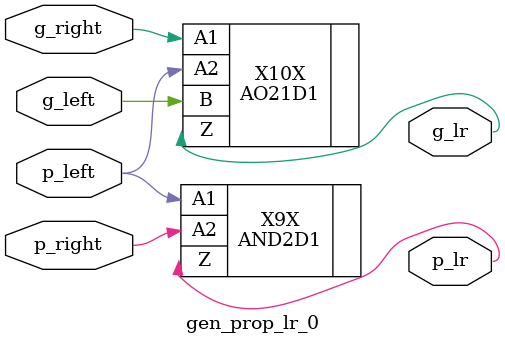
<source format=v>

module path_sel ( is_r1, is_r2, seff, sign_big, f_far, f_near, s_r, s_n, sl_eq, 
    ea, eb, clk, sa, sb, rinc, fposum_n1, fposumi_n1, lzp, norm_fpsum_n1, 
    f_out, e_out, s_out );
input  [0:52] f_far;
input  [5:0] lzp;
input  [0:52] f_near;
input  [10:0] ea;
input  [10:0] eb;
output [0:52] f_out;
output [10:0] e_out;
input  is_r1, is_r2, seff, sign_big, s_r, s_n, sl_eq, clk, sa, sb, rinc, 
    fposum_n1, fposumi_n1, norm_fpsum_n1;
output s_out;
    wire \lzp_sub_mux[5] , \e_sub_lzp_delta[8] , \e_mux[1] , \e_sub[7] , 
        \e_sub_lzp_delta[1] , \eb_d[7] , \e_mux[8] , \e_mux[5] , \e_sub[3] , 
        \lzp_sub_mux[1] , \eb_d[3] , \e_sub_lzp_delta[5] , \eb_d[1] , 
        \e_sub_lzp_delta[7] , \e_sub[8] , \*Logic1* , \lzp_sub_mux[3] , sa_d, 
        \eb_d[8] , \e_mux[7] , \e_sub[1] , \e_sub_lzp_sum[10] , 
        \e_sub_lzp_delta[3] , \eb_d[5] , \e_sub[5] , \e_mux[3] , 
        \lzp_sub_1[2] , \ea_d[4] , \e_sub_lzp_sum[2] , \ea_d[9] , sign_big_d, 
        \ea_d[0] , \e_sub_lzp_sum[6] , \ea_d[2] , \e_sub_lzp_sum[4] , 
        \lzp_sub_1[4] , \e_mux[10] , \eb_d[10] , \lzp_sub_1[0] , \ea_d[6] , 
        \e_sub_lzp_sum[0] , \e_sub_lzp_sum[9] , \e_sub[10] , \ea_d[7] , 
        \lzp_sub_1[1] , \e_sub_lzp_sum[1] , \e_sub_lzp_sum[8] , \lzp_sub_1[5] , 
        \e_sub_lzp_sum[5] , \e_sub_lzp_delta[10] , \ea_d[3] , \ea_d[8] , 
        \e_sub_lzp_sum[7] , \ea_d[5] , \lzp_sub_1[3] , \e_sub_lzp_sum[3] , 
        \e_sub_lzp_delta[2] , \eb_d[4] , \e_sub[4] , \*Logic0* , \e_mux[2] , 
        \eb_d[0] , \ea_d[10] , \e_sub[9] , \e_sub_lzp_delta[6] , 
        \lzp_sub_mux[2] , \eb_d[9] , \e_mux[6] , \e_sub[0] , \e_mux[4] , 
        \e_sub[2] , \lzp_sub_mux[0] , sb_d, \eb_d[2] , \e_sub_lzp_delta[4] , 
        \lzp_sub_mux[4] , \e_sub[6] , \e_mux[0] , \e_sub_lzp_delta[9] , 
        \e_sub_lzp_delta[0] , \eb_d[6] , \e_mux[9] , n434, n435, n436, n437, 
        n438, n439, n440, n441, n442, n443, n444, n445, n446, n447, n448, n449, 
        n450, n451, n452, n453, n454, n455, n457, n458, n459, n460, n461, n462, 
        n463, n464, n465, n466, n468, n469, n470, n472, n473, n474;
    sub_11bits e_sub_m ( .in_a({\e_mux[10] , \e_mux[9] , \e_mux[8] , 
        \e_mux[7] , \e_mux[6] , \e_mux[5] , \e_mux[4] , \e_mux[3] , \e_mux[2] , 
        \e_mux[1] , \e_mux[0] }), .in_b({\*Logic0* , \*Logic0* , \*Logic0* , 
        \*Logic0* , \*Logic0* , \*Logic0* , \*Logic0* , \*Logic0* , \*Logic0* , 
        \*Logic0* , seff}), .delta({\e_sub[10] , \e_sub[9] , \e_sub[8] , 
        \e_sub[7] , \e_sub[6] , \e_sub[5] , \e_sub[4] , \e_sub[3] , \e_sub[2] , 
        \e_sub[1] , \e_sub[0] }) );
    sub_11bits sub_11bits_m ( .in_a({\e_sub[10] , \e_sub[9] , \e_sub[8] , 
        \e_sub[7] , n441, \e_sub[5] , \e_sub[4] , \e_sub[3] , \e_sub[2] , 
        \e_sub[1] , \e_sub[0] }), .in_b({\*Logic0* , \*Logic0* , \*Logic0* , 
        \*Logic0* , \*Logic0* , \lzp_sub_mux[5] , \lzp_sub_mux[4] , 
        \lzp_sub_mux[3] , \lzp_sub_mux[2] , \lzp_sub_mux[1] , \lzp_sub_mux[0] 
        }), .delta({\e_sub_lzp_delta[10] , \e_sub_lzp_delta[9] , 
        \e_sub_lzp_delta[8] , \e_sub_lzp_delta[7] , \e_sub_lzp_delta[6] , 
        \e_sub_lzp_delta[5] , \e_sub_lzp_delta[4] , \e_sub_lzp_delta[3] , 
        \e_sub_lzp_delta[2] , \e_sub_lzp_delta[1] , \e_sub_lzp_delta[0] }) );
    adder_11bits adder_11bits_m ( .in_a({\e_sub[10] , \e_sub[9] , \e_sub[8] , 
        n442, n441, \e_sub[5] , \e_sub[4] , \e_sub[3] , \e_sub[2] , \e_sub[1] , 
        \e_sub[0] }), .in_b({\*Logic0* , \*Logic0* , \*Logic0* , \*Logic0* , 
        \*Logic0* , \lzp_sub_mux[5] , \lzp_sub_mux[4] , \lzp_sub_mux[3] , 
        \lzp_sub_mux[2] , \lzp_sub_mux[1] , \lzp_sub_mux[0] }), .sum({
        \e_sub_lzp_sum[10] , \e_sub_lzp_sum[9] , \e_sub_lzp_sum[8] , 
        \e_sub_lzp_sum[7] , \e_sub_lzp_sum[6] , \e_sub_lzp_sum[5] , 
        \e_sub_lzp_sum[4] , \e_sub_lzp_sum[3] , \e_sub_lzp_sum[2] , 
        \e_sub_lzp_sum[1] , \e_sub_lzp_sum[0] }) );
    sub_6bits lzp_sub_m ( .in_a(lzp), .in_b({\*Logic0* , \*Logic0* , 
        \*Logic0* , \*Logic0* , \*Logic0* , \*Logic1* }), .delta({
        \lzp_sub_1[5] , \lzp_sub_1[4] , \lzp_sub_1[3] , \lzp_sub_1[2] , 
        \lzp_sub_1[1] , \lzp_sub_1[0] }) );
    MUX2DL X78X ( .Z(\e_mux[10] ), .A0(\eb_d[10] ), .A1(\ea_d[10] ), .SL(n434)
         );
    MUX2D1 X79X ( .Z(\e_mux[8] ), .A0(\ea_d[8] ), .A1(\eb_d[8] ), .SL(n438) );
    MUX2D1 X80X ( .Z(\e_mux[9] ), .A0(\ea_d[9] ), .A1(\eb_d[9] ), .SL(n438) );
    MUX2DL X81X ( .Z(e_out[6]), .A0(\e_sub_lzp_sum[6] ), .A1(
        \e_sub_lzp_delta[6] ), .SL(n455) );
    INVBD2 X82X ( .Z(n454), .A(is_r2) );
    INVD2 X83X ( .Z(n434), .A(n438) );
    INVD2 X84X ( .Z(n436), .A(sign_big_d) );
    MUX2D1 X85X ( .Z(\e_mux[2] ), .A0(\eb_d[2] ), .A1(\ea_d[2] ), .SL(n436) );
    MUX2D1 X86X ( .Z(\e_mux[3] ), .A0(\eb_d[3] ), .A1(\ea_d[3] ), .SL(n437) );
    MUX2D1 X87X ( .Z(\e_mux[4] ), .A0(\eb_d[4] ), .A1(\ea_d[4] ), .SL(n434) );
    MUX2D1 X88X ( .Z(\e_mux[5] ), .A0(\eb_d[5] ), .A1(\ea_d[5] ), .SL(n434) );
    MUX2D1 X89X ( .Z(n463), .A0(fposum_n1), .A1(fposumi_n1), .SL(rinc) );
    OAI22M10D1 X90X ( .Z(\lzp_sub_mux[5] ), .A1(lzp[5]), .A2(n447), .B1(n443), 
        .B2(n448) );
    MUX2D1 X91X ( .Z(\e_mux[6] ), .A0(\ea_d[6] ), .A1(\eb_d[6] ), .SL(n438) );
    MUX2D1 X92X ( .Z(\e_mux[7] ), .A0(\eb_d[7] ), .A1(\ea_d[7] ), .SL(n434) );
    MUX2D1 X93X ( .Z(n457), .A0(sb_d), .A1(sa_d), .SL(sl_eq) );
    NAN2D1 X94X ( .Z(n443), .A1(norm_fpsum_n1), .A2(n455) );
    NAN2D1 X95X ( .Z(n446), .A1(lzp[0]), .A2(n462) );
    MUX2D1 X96X ( .Z(e_out[1]), .A0(\e_sub_lzp_sum[1] ), .A1(
        \e_sub_lzp_delta[1] ), .SL(n455) );
    MUX2D1 X97X ( .Z(e_out[2]), .A0(\e_sub_lzp_sum[2] ), .A1(
        \e_sub_lzp_delta[2] ), .SL(n455) );
    MUX2D1 X98X ( .Z(e_out[3]), .A0(\e_sub_lzp_sum[3] ), .A1(
        \e_sub_lzp_delta[3] ), .SL(n455) );
    MUX2D1 X99X ( .Z(e_out[4]), .A0(\e_sub_lzp_sum[4] ), .A1(
        \e_sub_lzp_delta[4] ), .SL(n455) );
    MUX2D1 X100X ( .Z(e_out[5]), .A0(\e_sub_lzp_sum[5] ), .A1(
        \e_sub_lzp_delta[5] ), .SL(n455) );
    MUX2DL X101X ( .Z(f_out[52]), .A0(f_far[52]), .A1(f_near[52]), .SL(n455)
         );
    MUX2DL X102X ( .Z(f_out[51]), .A0(f_far[51]), .A1(f_near[51]), .SL(n455)
         );
    MUX2DL X103X ( .Z(f_out[50]), .A0(f_far[50]), .A1(f_near[50]), .SL(n455)
         );
    MUX2DL X104X ( .Z(f_out[49]), .A0(f_far[49]), .A1(f_near[49]), .SL(n455)
         );
    MUX2DL X105X ( .Z(f_out[48]), .A0(f_far[48]), .A1(f_near[48]), .SL(n455)
         );
    MUX2DL X106X ( .Z(f_out[47]), .A0(f_far[47]), .A1(f_near[47]), .SL(n455)
         );
    MUX2DL X107X ( .Z(f_out[46]), .A0(f_far[46]), .A1(f_near[46]), .SL(n455)
         );
    MUX2DL X108X ( .Z(f_out[45]), .A0(f_far[45]), .A1(f_near[45]), .SL(n455)
         );
    MUX2DL X109X ( .Z(f_out[44]), .A0(f_far[44]), .A1(f_near[44]), .SL(n455)
         );
    MUX2DL X110X ( .Z(f_out[43]), .A0(f_far[43]), .A1(f_near[43]), .SL(n455)
         );
    MUX2DL X111X ( .Z(f_out[42]), .A0(f_far[42]), .A1(f_near[42]), .SL(n455)
         );
    MUX2DL X112X ( .Z(f_out[41]), .A0(f_far[41]), .A1(f_near[41]), .SL(n455)
         );
    MUX2DL X113X ( .Z(f_out[40]), .A0(f_far[40]), .A1(f_near[40]), .SL(n455)
         );
    MUX2DL X114X ( .Z(f_out[39]), .A0(f_far[39]), .A1(f_near[39]), .SL(n455)
         );
    MUX2DL X115X ( .Z(f_out[38]), .A0(f_far[38]), .A1(f_near[38]), .SL(n455)
         );
    MUX2DL X116X ( .Z(f_out[37]), .A0(f_far[37]), .A1(f_near[37]), .SL(n455)
         );
    MUX2DL X117X ( .Z(f_out[36]), .A0(f_far[36]), .A1(f_near[36]), .SL(n455)
         );
    MUX2DL X118X ( .Z(f_out[35]), .A0(f_far[35]), .A1(f_near[35]), .SL(n455)
         );
    MUX2DL X119X ( .Z(f_out[34]), .A0(f_far[34]), .A1(f_near[34]), .SL(n455)
         );
    MUX2DL X120X ( .Z(f_out[33]), .A0(f_far[33]), .A1(f_near[33]), .SL(n455)
         );
    MUX2DL X121X ( .Z(f_out[32]), .A0(f_far[32]), .A1(f_near[32]), .SL(n455)
         );
    MUX2DL X122X ( .Z(f_out[31]), .A0(f_far[31]), .A1(f_near[31]), .SL(n455)
         );
    MUX2DL X123X ( .Z(f_out[30]), .A0(f_far[30]), .A1(f_near[30]), .SL(n455)
         );
    MUX2DL X124X ( .Z(f_out[29]), .A0(f_far[29]), .A1(f_near[29]), .SL(n455)
         );
    MUX2DL X125X ( .Z(f_out[28]), .A0(f_far[28]), .A1(f_near[28]), .SL(n455)
         );
    MUX2DL X126X ( .Z(f_out[27]), .A0(f_far[27]), .A1(f_near[27]), .SL(n455)
         );
    MUX2DL X127X ( .Z(f_out[26]), .A0(f_far[26]), .A1(f_near[26]), .SL(n455)
         );
    MUX2DL X128X ( .Z(f_out[25]), .A0(f_far[25]), .A1(f_near[25]), .SL(n455)
         );
    MUX2DL X129X ( .Z(f_out[24]), .A0(f_far[24]), .A1(f_near[24]), .SL(n455)
         );
    MUX2DL X130X ( .Z(f_out[23]), .A0(f_far[23]), .A1(f_near[23]), .SL(n455)
         );
    MUX2DL X131X ( .Z(f_out[22]), .A0(f_far[22]), .A1(f_near[22]), .SL(n455)
         );
    MUX2DL X132X ( .Z(f_out[21]), .A0(f_far[21]), .A1(f_near[21]), .SL(n455)
         );
    MUX2DL X133X ( .Z(f_out[20]), .A0(f_far[20]), .A1(f_near[20]), .SL(n455)
         );
    MUX2DL X134X ( .Z(f_out[19]), .A0(f_far[19]), .A1(f_near[19]), .SL(n455)
         );
    MUX2DL X135X ( .Z(f_out[18]), .A0(f_far[18]), .A1(f_near[18]), .SL(n455)
         );
    MUX2DL X136X ( .Z(f_out[17]), .A0(f_far[17]), .A1(f_near[17]), .SL(n455)
         );
    MUX2DL X137X ( .Z(f_out[16]), .A0(f_far[16]), .A1(f_near[16]), .SL(n455)
         );
    MUX2DL X138X ( .Z(f_out[15]), .A0(f_far[15]), .A1(f_near[15]), .SL(n455)
         );
    MUX2DL X139X ( .Z(f_out[14]), .A0(f_far[14]), .A1(f_near[14]), .SL(n455)
         );
    MUX2DL X140X ( .Z(f_out[13]), .A0(f_far[13]), .A1(f_near[13]), .SL(n455)
         );
    MUX2DL X141X ( .Z(f_out[12]), .A0(f_far[12]), .A1(f_near[12]), .SL(n455)
         );
    MUX2DL X142X ( .Z(f_out[11]), .A0(f_far[11]), .A1(f_near[11]), .SL(n455)
         );
    MUX2DL X143X ( .Z(f_out[10]), .A0(f_far[10]), .A1(f_near[10]), .SL(n455)
         );
    MUX2DL X144X ( .Z(f_out[9]), .A0(f_far[9]), .A1(f_near[9]), .SL(n455) );
    MUX2DL X145X ( .Z(f_out[8]), .A0(f_far[8]), .A1(f_near[8]), .SL(n455) );
    MUX2DL X146X ( .Z(f_out[7]), .A0(f_far[7]), .A1(f_near[7]), .SL(n455) );
    MUX2DL X147X ( .Z(f_out[6]), .A0(f_far[6]), .A1(f_near[6]), .SL(n455) );
    MUX2DL X148X ( .Z(f_out[5]), .A0(f_far[5]), .A1(f_near[5]), .SL(n455) );
    MUX2DL X149X ( .Z(f_out[4]), .A0(f_far[4]), .A1(f_near[4]), .SL(n455) );
    MUX2DL X150X ( .Z(f_out[3]), .A0(f_far[3]), .A1(f_near[3]), .SL(n455) );
    MUX2DL X151X ( .Z(f_out[2]), .A0(f_far[2]), .A1(f_near[2]), .SL(n455) );
    MUX2DL X152X ( .Z(f_out[1]), .A0(f_far[1]), .A1(f_near[1]), .SL(n455) );
    MUX2DL X153X ( .Z(f_out[0]), .A0(f_far[0]), .A1(f_near[0]), .SL(n455) );
    DFFPQ1 \ea_d_reg[1]  ( .Q(n439), .CK(clk), .D(ea[1]) );
    DFFPQ1 \ea_d_reg[4]  ( .Q(\ea_d[4] ), .CK(clk), .D(ea[4]) );
    DFFPQ1 \eb_d_reg[4]  ( .Q(\eb_d[4] ), .CK(clk), .D(eb[4]) );
    INVD1 X154X ( .Z(n448), .A(\lzp_sub_1[5] ) );
    INVD1 X156X ( .Z(n462), .A(n447) );
    DFFPQ1 \ea_d_reg[6]  ( .Q(\ea_d[6] ), .CK(clk), .D(ea[6]) );
    DFFPQ1 \eb_d_reg[6]  ( .Q(\eb_d[6] ), .CK(clk), .D(eb[6]) );
    DFFPQ1 \ea_d_reg[7]  ( .Q(\ea_d[7] ), .CK(clk), .D(ea[7]) );
    DFFPQ1 \eb_d_reg[7]  ( .Q(\eb_d[7] ), .CK(clk), .D(eb[7]) );
    DFFPQ1 \ea_d_reg[8]  ( .Q(\ea_d[8] ), .CK(clk), .D(ea[8]) );
    DFFPQ1 \eb_d_reg[8]  ( .Q(\eb_d[8] ), .CK(clk), .D(eb[8]) );
    DFFPQ1 \ea_d_reg[9]  ( .Q(\ea_d[9] ), .CK(clk), .D(ea[9]) );
    DFFPQ1 \eb_d_reg[9]  ( .Q(\eb_d[9] ), .CK(clk), .D(eb[9]) );
    DFFPQ1 \ea_d_reg[10]  ( .Q(\ea_d[10] ), .CK(clk), .D(ea[10]) );
    DFFPQ1 \eb_d_reg[10]  ( .Q(\eb_d[10] ), .CK(clk), .D(eb[10]) );
    AND2D1 X157X ( .Z(n449), .A1(n450), .A2(n451) );
    EXNOR2DL X158X ( .Z(n450), .A1(\eb_d[0] ), .A2(\ea_d[0] ) );
    DFFPQ1 sb_d_reg ( .Q(sb_d), .CK(clk), .D(sb) );
    DFFPQ1 sa_d_reg ( .Q(sa_d), .CK(clk), .D(sa) );
    OAI211D1 X159X ( .Z(\lzp_sub_mux[0] ), .A1(n443), .A2(n444), .B(n445), .C(
        n446) );
    INVD1 X160X ( .Z(n444), .A(\lzp_sub_1[0] ) );
    NAN2DL X161X ( .Z(n445), .A1(n463), .A2(n452) );
    MUXB2DL X162X ( .Z(s_out), .A0(n458), .A1(n459), .SL(n455) );
    INVD1 X163X ( .Z(n458), .A(s_r) );
    MUXB2DL X164X ( .Z(n459), .A0(s_n), .A1(n457), .SL(n449) );
    MUXB2DL X165X ( .Z(e_out[0]), .A0(n460), .A1(n461), .SL(n455) );
    INVDL X166X ( .Z(n460), .A(\e_sub_lzp_sum[0] ) );
    INVD1 X167X ( .Z(n461), .A(\e_sub_lzp_delta[0] ) );
    MUX2DL X168X ( .Z(e_out[7]), .A0(\e_sub_lzp_sum[7] ), .A1(
        \e_sub_lzp_delta[7] ), .SL(n455) );
    INVBD2 X169X ( .Z(n453), .A(is_r1) );
    DFFPB1 sign_big_d_reg ( .Q(sign_big_d), .QB(n437), .CK(clk), .D(sign_big)
         );
    DFFPQ1 \eb_d_reg[1]  ( .Q(\eb_d[1] ), .CK(clk), .D(eb[1]) );
    MUX2D1 X171X ( .Z(e_out[8]), .A0(\e_sub_lzp_sum[8] ), .A1(
        \e_sub_lzp_delta[8] ), .SL(n455) );
    INVD1 X172X ( .Z(n438), .A(n436) );
    MUX2D1 X173X ( .Z(\e_mux[0] ), .A0(\eb_d[0] ), .A1(\ea_d[0] ), .SL(n436)
         );
    DFFPQ1 \eb_d_reg[0]  ( .Q(\eb_d[0] ), .CK(clk), .D(eb[0]) );
    DFFPQ1 \eb_d_reg[2]  ( .Q(\eb_d[2] ), .CK(clk), .D(eb[2]) );
    DFFPQ1 \ea_d_reg[2]  ( .Q(\ea_d[2] ), .CK(clk), .D(ea[2]) );
    DFFPQ1 \eb_d_reg[3]  ( .Q(\eb_d[3] ), .CK(clk), .D(eb[3]) );
    DFFPQ1 \ea_d_reg[3]  ( .Q(\ea_d[3] ), .CK(clk), .D(ea[3]) );
    EXNOR2DL X174X ( .Z(n451), .A1(\eb_d[1] ), .A2(n439) );
    INVD1 X175X ( .Z(n440), .A(\e_sub[6] ) );
    INVBD2 X176X ( .Z(n441), .A(n440) );
    BUFD1 X177X ( .Z(n442), .A(\e_sub[7] ) );
    TIELO X180X ( .Z(\*Logic0* ) );
    TIEHI X181X ( .Z(\*Logic1* ) );
    NAN3D4 X182X ( .Z(n452), .A1(n453), .A2(n454), .A3(seff) );
    INVD20 X183X ( .Z(n455), .A(n452) );
    DFFPQ1 \eb_d_reg[5]  ( .Q(\eb_d[5] ), .CK(clk), .D(eb[5]) );
    DFFPQ1 \ea_d_reg[5]  ( .Q(\ea_d[5] ), .CK(clk), .D(ea[5]) );
    DFFPQ1 \ea_d_reg[0]  ( .Q(\ea_d[0] ), .CK(clk), .D(ea[0]) );
    OR2D1 X184X ( .Z(n447), .A1(n452), .A2(norm_fpsum_n1) );
    INVDL X185X ( .Z(n435), .A(n443) );
    AO22DL X186X ( .Z(\lzp_sub_mux[1] ), .A1(n462), .A2(lzp[1]), .B1(n435), 
        .B2(\lzp_sub_1[1] ) );
    AO22DL X187X ( .Z(\lzp_sub_mux[2] ), .A1(n462), .A2(lzp[2]), .B1(n435), 
        .B2(\lzp_sub_1[2] ) );
    AO22DL X188X ( .Z(\lzp_sub_mux[3] ), .A1(n435), .A2(\lzp_sub_1[3] ), .B1(
        n462), .B2(lzp[3]) );
    AO22DL X189X ( .Z(\lzp_sub_mux[4] ), .A1(n462), .A2(lzp[4]), .B1(n435), 
        .B2(\lzp_sub_1[4] ) );
    NAN2D1 X190X ( .Z(n473), .A1(n470), .A2(\e_sub_lzp_sum[9] ) );
    NAN2D1 X191X ( .Z(n468), .A1(n470), .A2(\e_sub_lzp_sum[10] ) );
    NAN2D1 X192X ( .Z(\e_mux[1] ), .A1(n464), .A2(n465) );
    INVD1 X193X ( .Z(n466), .A(n437) );
    NAN2D1 X194X ( .Z(n464), .A1(n436), .A2(n439) );
    NAN2D1 X195X ( .Z(n465), .A1(\eb_d[1] ), .A2(n466) );
    NAN2D1 X196X ( .Z(e_out[10]), .A1(n469), .A2(n468) );
    NAN2D1 X197X ( .Z(e_out[9]), .A1(n474), .A2(n473) );
    NAN2D1 X198X ( .Z(n469), .A1(n472), .A2(\e_sub_lzp_delta[10] ) );
    NAN2D1 X199X ( .Z(n474), .A1(n472), .A2(\e_sub_lzp_delta[9] ) );
    INVDL X200X ( .Z(n470), .A(n455) );
    INVD1 X201X ( .Z(n472), .A(n470) );
endmodule


module adder_11bits ( in_a, in_b, sum );
input  [10:0] in_a;
input  [10:0] in_b;
output [10:0] sum;
    wire propogate_1, propogate_1_0, generate_9_0, generate_8_0, generate_1, 
        propogate_9_8, propogate_3_2, generate_5_0, propogate_7_4, 
        generate_4_0, generate_3_2, propogate_5_0, generate_7_4, propogate_2, 
        generate_9_8, generate_0, generate_0_0, generate_1_0, propogate_7_0, 
        generate_2, generate_5_4, generate_5, propogate_5, generate_7_6, 
        generate_2_0, generate_3_0, propogate_10_8, propogate_7_6, generate_4, 
        propogate_3_0, propogate_3, propogate_4, generate_7_0, propogate_5_4, 
        generate_6_0, generate_3, generate_10_8, n19;
    gen_prop_lr_33 G_5_4 ( .g_left(generate_5), .g_right(generate_4), .p_left(
        propogate_5), .p_right(propogate_4), .g_lr(generate_5_4), .p_lr(
        propogate_5_4) );
    gen_prop_lr_32 G_7_6 ( .g_left(n19), .g_right(n19), .p_left(in_a[7]), 
        .p_right(in_a[6]), .g_lr(generate_7_6), .p_lr(propogate_7_6) );
    gen_prop_lr_31 G_3_0 ( .g_left(generate_3_2), .g_right(generate_1_0), 
        .p_left(propogate_3_2), .p_right(propogate_1_0), .g_lr(generate_3_0), 
        .p_lr(propogate_3_0) );
    gen_prop_lr_30 G_2_0 ( .g_left(generate_2), .g_right(generate_1_0), 
        .p_left(propogate_2), .p_right(propogate_1_0), .g_lr(generate_2_0), 
        .p_lr() );
    gen_prop_lr_29 G_7_0 ( .g_left(generate_7_4), .g_right(generate_3_0), 
        .p_left(propogate_7_4), .p_right(propogate_3_0), .g_lr(generate_7_0), 
        .p_lr(propogate_7_0) );
    gen_prop_lr_28 G_6_0 ( .g_left(n19), .g_right(generate_5_0), .p_left(in_a
        [6]), .p_right(propogate_5_0), .g_lr(generate_6_0), .p_lr() );
    gen_prop_lr_27 G_9_0 ( .g_left(generate_9_8), .g_right(generate_7_0), 
        .p_left(propogate_9_8), .p_right(propogate_7_0), .g_lr(generate_9_0), 
        .p_lr() );
    gen_prop_lr_26 G_8_0 ( .g_left(n19), .g_right(generate_7_0), .p_left(in_a
        [8]), .p_right(propogate_7_0), .g_lr(generate_8_0), .p_lr() );
    gen_prop_lr_25 G_10_0 ( .g_left(generate_10_8), .g_right(generate_7_0), 
        .p_left(propogate_10_8), .p_right(propogate_7_0), .g_lr(), .p_lr() );
    gen_prop_lr_24 G_4_0 ( .g_left(generate_4), .g_right(generate_3_0), 
        .p_left(propogate_4), .p_right(propogate_3_0), .g_lr(generate_4_0), 
        .p_lr() );
    gen_prop_lr_23 G_5_0 ( .g_left(generate_5_4), .g_right(generate_3_0), 
        .p_left(propogate_5_4), .p_right(propogate_3_0), .g_lr(generate_5_0), 
        .p_lr(propogate_5_0) );
    gen_prop_lr_22 G_3_2 ( .g_left(generate_3), .g_right(generate_2), .p_left(
        propogate_3), .p_right(propogate_2), .g_lr(generate_3_2), .p_lr(
        propogate_3_2) );
    gen_prop_lr_21 G_7_4 ( .g_left(generate_7_6), .g_right(generate_5_4), 
        .p_left(propogate_7_6), .p_right(propogate_5_4), .g_lr(generate_7_4), 
        .p_lr(propogate_7_4) );
    gen_prop_lr_20 G_10_8 ( .g_left(n19), .g_right(generate_9_8), .p_left(in_a
        [10]), .p_right(propogate_9_8), .g_lr(generate_10_8), .p_lr(
        propogate_10_8) );
    gen_prop_lr_19 G_1_0 ( .g_left(generate_1), .g_right(generate_0), .p_left(
        propogate_1), .p_right(sum[0]), .g_lr(generate_1_0), .p_lr(
        propogate_1_0) );
    gen_prop_lr_18 G_0_0 ( .g_left(generate_0), .g_right(n19), .p_left(sum[0]), 
        .p_right(n19), .g_lr(generate_0_0), .p_lr() );
    gen_prop_lr_17 G_9_8 ( .g_left(n19), .g_right(n19), .p_left(in_a[9]), 
        .p_right(in_a[8]), .g_lr(generate_9_8), .p_lr(propogate_9_8) );
    TIELO X29X ( .Z(n19) );
    AND2D1 X30X ( .Z(generate_5), .A1(in_a[5]), .A2(in_b[5]) );
    AND2D1 X31X ( .Z(generate_0), .A1(in_a[0]), .A2(in_b[0]) );
    AND2D1 X32X ( .Z(generate_2), .A1(in_a[2]), .A2(in_b[2]) );
    AND2D1 X33X ( .Z(generate_3), .A1(in_a[3]), .A2(in_b[3]) );
    AND2D1 X34X ( .Z(generate_4), .A1(in_b[4]), .A2(in_a[4]) );
    AND2D1 X35X ( .Z(generate_1), .A1(in_b[1]), .A2(in_a[1]) );
    EXOR2D1 X36X ( .Z(sum[9]), .A1(in_a[9]), .A2(generate_8_0) );
    EXOR2D1 X37X ( .Z(sum[8]), .A1(in_a[8]), .A2(generate_7_0) );
    EXOR2D1 X38X ( .Z(sum[7]), .A1(in_a[7]), .A2(generate_6_0) );
    EXOR2D1 X39X ( .Z(sum[6]), .A1(in_a[6]), .A2(generate_5_0) );
    EXOR2D1 X40X ( .Z(sum[5]), .A1(generate_4_0), .A2(propogate_5) );
    EXOR2D1 X41X ( .Z(sum[4]), .A1(generate_3_0), .A2(propogate_4) );
    EXOR2D1 X42X ( .Z(sum[3]), .A1(generate_2_0), .A2(propogate_3) );
    EXOR2D1 X43X ( .Z(sum[2]), .A1(generate_1_0), .A2(propogate_2) );
    EXOR2D1 X44X ( .Z(sum[1]), .A1(generate_0_0), .A2(propogate_1) );
    EXOR2D1 X45X ( .Z(sum[10]), .A1(in_a[10]), .A2(generate_9_0) );
    EXOR2D1 X46X ( .Z(sum[0]), .A1(in_a[0]), .A2(in_b[0]) );
    EXOR2D1 X47X ( .Z(propogate_5), .A1(in_b[5]), .A2(in_a[5]) );
    EXOR2D1 X48X ( .Z(propogate_4), .A1(in_a[4]), .A2(in_b[4]) );
    EXOR2D1 X49X ( .Z(propogate_3), .A1(in_b[3]), .A2(in_a[3]) );
    EXOR2D1 X50X ( .Z(propogate_2), .A1(in_b[2]), .A2(in_a[2]) );
    EXOR2D1 X51X ( .Z(propogate_1), .A1(in_a[1]), .A2(in_b[1]) );
endmodule


module gen_prop_lr_33 ( g_left, g_right, p_left, p_right, g_lr, p_lr );
input  g_left, g_right, p_left, p_right;
output g_lr, p_lr;
    AND2D1 X9X ( .Z(p_lr), .A1(p_left), .A2(p_right) );
    AO21D1 X10X ( .Z(g_lr), .A1(g_right), .A2(p_left), .B(g_left) );
endmodule


module gen_prop_lr_32 ( g_left, g_right, p_left, p_right, g_lr, p_lr );
input  g_left, g_right, p_left, p_right;
output g_lr, p_lr;
    AND2D1 X9X ( .Z(p_lr), .A1(p_left), .A2(p_right) );
    AO21D1 X10X ( .Z(g_lr), .A1(g_right), .A2(p_left), .B(g_left) );
endmodule


module gen_prop_lr_31 ( g_left, g_right, p_left, p_right, g_lr, p_lr );
input  g_left, g_right, p_left, p_right;
output g_lr, p_lr;
    AND2D1 X9X ( .Z(p_lr), .A1(p_left), .A2(p_right) );
    AO21D1 X10X ( .Z(g_lr), .A1(g_right), .A2(p_left), .B(g_left) );
endmodule


module gen_prop_lr_30 ( g_left, g_right, p_left, p_right, g_lr, p_lr );
input  g_left, g_right, p_left, p_right;
output g_lr, p_lr;
    AND2D1 X9X ( .Z(p_lr), .A1(p_left), .A2(p_right) );
    AO21D1 X10X ( .Z(g_lr), .A1(g_right), .A2(p_left), .B(g_left) );
endmodule


module gen_prop_lr_29 ( g_left, g_right, p_left, p_right, g_lr, p_lr );
input  g_left, g_right, p_left, p_right;
output g_lr, p_lr;
    AND2D1 X9X ( .Z(p_lr), .A1(p_left), .A2(p_right) );
    AO21D1 X10X ( .Z(g_lr), .A1(g_right), .A2(p_left), .B(g_left) );
endmodule


module gen_prop_lr_28 ( g_left, g_right, p_left, p_right, g_lr, p_lr );
input  g_left, g_right, p_left, p_right;
output g_lr, p_lr;
    AND2D1 X9X ( .Z(p_lr), .A1(p_left), .A2(p_right) );
    AO21D1 X10X ( .Z(g_lr), .A1(g_right), .A2(p_left), .B(g_left) );
endmodule


module gen_prop_lr_27 ( g_left, g_right, p_left, p_right, g_lr, p_lr );
input  g_left, g_right, p_left, p_right;
output g_lr, p_lr;
    AND2D1 X9X ( .Z(p_lr), .A1(p_left), .A2(p_right) );
    AO21D1 X10X ( .Z(g_lr), .A1(g_right), .A2(p_left), .B(g_left) );
endmodule


module gen_prop_lr_26 ( g_left, g_right, p_left, p_right, g_lr, p_lr );
input  g_left, g_right, p_left, p_right;
output g_lr, p_lr;
    AND2D1 X9X ( .Z(p_lr), .A1(p_left), .A2(p_right) );
    AO21D1 X10X ( .Z(g_lr), .A1(g_right), .A2(p_left), .B(g_left) );
endmodule


module gen_prop_lr_25 ( g_left, g_right, p_left, p_right, g_lr, p_lr );
input  g_left, g_right, p_left, p_right;
output g_lr, p_lr;
    AND2D1 X9X ( .Z(p_lr), .A1(p_left), .A2(p_right) );
    AO21D1 X10X ( .Z(g_lr), .A1(g_right), .A2(p_left), .B(g_left) );
endmodule


module gen_prop_lr_24 ( g_left, g_right, p_left, p_right, g_lr, p_lr );
input  g_left, g_right, p_left, p_right;
output g_lr, p_lr;
    AND2D1 X9X ( .Z(p_lr), .A1(p_left), .A2(p_right) );
    AO21D1 X10X ( .Z(g_lr), .A1(g_right), .A2(p_left), .B(g_left) );
endmodule


module gen_prop_lr_23 ( g_left, g_right, p_left, p_right, g_lr, p_lr );
input  g_left, g_right, p_left, p_right;
output g_lr, p_lr;
    AND2D1 X9X ( .Z(p_lr), .A1(p_left), .A2(p_right) );
    AO21D1 X10X ( .Z(g_lr), .A1(g_right), .A2(p_left), .B(g_left) );
endmodule


module gen_prop_lr_22 ( g_left, g_right, p_left, p_right, g_lr, p_lr );
input  g_left, g_right, p_left, p_right;
output g_lr, p_lr;
    AND2D1 X9X ( .Z(p_lr), .A1(p_left), .A2(p_right) );
    AO21D1 X10X ( .Z(g_lr), .A1(g_right), .A2(p_left), .B(g_left) );
endmodule


module gen_prop_lr_21 ( g_left, g_right, p_left, p_right, g_lr, p_lr );
input  g_left, g_right, p_left, p_right;
output g_lr, p_lr;
    AND2D1 X9X ( .Z(p_lr), .A1(p_left), .A2(p_right) );
    AO21D1 X10X ( .Z(g_lr), .A1(g_right), .A2(p_left), .B(g_left) );
endmodule


module gen_prop_lr_20 ( g_left, g_right, p_left, p_right, g_lr, p_lr );
input  g_left, g_right, p_left, p_right;
output g_lr, p_lr;
    AND2D1 X9X ( .Z(p_lr), .A1(p_left), .A2(p_right) );
    AO21D1 X10X ( .Z(g_lr), .A1(g_right), .A2(p_left), .B(g_left) );
endmodule


module gen_prop_lr_19 ( g_left, g_right, p_left, p_right, g_lr, p_lr );
input  g_left, g_right, p_left, p_right;
output g_lr, p_lr;
    AND2D1 X9X ( .Z(p_lr), .A1(p_left), .A2(p_right) );
    AO21D1 X10X ( .Z(g_lr), .A1(g_right), .A2(p_left), .B(g_left) );
endmodule


module gen_prop_lr_18 ( g_left, g_right, p_left, p_right, g_lr, p_lr );
input  g_left, g_right, p_left, p_right;
output g_lr, p_lr;
    AND2D1 X9X ( .Z(p_lr), .A1(p_left), .A2(p_right) );
    AO21D1 X10X ( .Z(g_lr), .A1(g_right), .A2(p_left), .B(g_left) );
endmodule


module gen_prop_lr_17 ( g_left, g_right, p_left, p_right, g_lr, p_lr );
input  g_left, g_right, p_left, p_right;
output g_lr, p_lr;
    AND2D1 X9X ( .Z(p_lr), .A1(p_left), .A2(p_right) );
    AO21D1 X10X ( .Z(g_lr), .A1(g_right), .A2(p_left), .B(g_left) );
endmodule


module sub_6bits ( in_a, in_b, delta );
input  [5:0] in_a;
input  [5:0] in_b;
output [5:0] delta;
    wire propogate_0_0, propogate_1, propogate_1_0, generate_1, propogate_3_2, 
        \*Logic1* , generate_4_0, generate_3_2, propogate_4_0, generate_0, 
        generate_0_0, propogate_2, generate_1_0, generate_2, generate_5_4, 
        generate_5, propogate_2_0, propogate_5, generate_2_0, generate_3_0, 
        generate_4, \*Logic0* , propogate_3_0, propogate_3, propogate_4, 
        propogate_5_4, generate_3, n19, n21, n22, n23, n24, n25, n26, n27, n28, 
        n29, n30, n31, n38, n39, n40, n41;
    gen_prop_lr_41 G_5_4 ( .g_left(generate_5), .g_right(generate_4), .p_left(
        propogate_5), .p_right(propogate_4), .g_lr(generate_5_4), .p_lr(
        propogate_5_4) );
    gen_prop_lr_40 G_3_0 ( .g_left(generate_3_2), .g_right(generate_1_0), 
        .p_left(propogate_3_2), .p_right(propogate_1_0), .g_lr(generate_3_0), 
        .p_lr(propogate_3_0) );
    gen_prop_lr_39 G_2_0 ( .g_left(generate_2), .g_right(generate_1_0), 
        .p_left(propogate_2), .p_right(propogate_1_0), .g_lr(generate_2_0), 
        .p_lr(propogate_2_0) );
    gen_prop_lr_38 G_4_0 ( .g_left(generate_4), .g_right(generate_3_0), 
        .p_left(propogate_4), .p_right(propogate_3_0), .g_lr(generate_4_0), 
        .p_lr(propogate_4_0) );
    gen_prop_lr_37 G_5_0 ( .g_left(generate_5_4), .g_right(n23), .p_left(
        propogate_5_4), .p_right(propogate_3_0), .g_lr(), .p_lr() );
    gen_prop_lr_36 G_3_2 ( .g_left(generate_3), .g_right(generate_2), .p_left(
        propogate_3), .p_right(propogate_2), .g_lr(generate_3_2), .p_lr(
        propogate_3_2) );
    gen_prop_lr_35 G_1_0 ( .g_left(generate_1), .g_right(generate_0), .p_left(
        propogate_1), .p_right(n21), .g_lr(generate_1_0), .p_lr(propogate_1_0)
         );
    gen_prop_lr_34 G_0_0 ( .g_left(generate_0), .g_right(\*Logic1* ), .p_left(
        n22), .p_right(\*Logic0* ), .g_lr(generate_0_0), .p_lr(propogate_0_0)
         );
    AND2D1 X5X ( .Z(generate_4), .A1(in_a[4]), .A2(n24) );
    AND2D2 X6X ( .Z(generate_0), .A1(in_a[0]), .A2(n26) );
    NOR2M1D1 X7X ( .Z(generate_5), .A1(in_a[5]), .A2(in_b[5]) );
    NOR2D1 X8X ( .Z(generate_2), .A1(n19), .A2(in_b[2]) );
    INVD1 X9X ( .Z(n19), .A(in_a[2]) );
    NOR2M1D1 X10X ( .Z(generate_3), .A1(in_a[3]), .A2(in_b[3]) );
    OR2D1 X11X ( .Z(n31), .A1(generate_0_0), .A2(propogate_0_0) );
    OR2D1 X12X ( .Z(n29), .A1(generate_2_0), .A2(propogate_2_0) );
    EXOR2D1 X13X ( .Z(delta[3]), .A1(n29), .A2(propogate_3) );
    EXOR2D1 X14X ( .Z(delta[4]), .A1(n28), .A2(propogate_4) );
    EXNOR2D1 X15X ( .Z(n22), .A1(in_b[0]), .A2(in_a[0]) );
    AND2D1 X16X ( .Z(generate_1), .A1(in_a[1]), .A2(n25) );
    EXNOR2D1 X17X ( .Z(propogate_2), .A1(in_a[2]), .A2(in_b[2]) );
    EXNOR2D1 X20X ( .Z(propogate_3), .A1(in_b[3]), .A2(in_a[3]) );
    EXNOR2D1 X21X ( .Z(propogate_4), .A1(in_a[4]), .A2(in_b[4]) );
    INVDL X22X ( .Z(n39), .A(propogate_3_0) );
    EXNOR2D1 X23X ( .Z(propogate_5), .A1(in_a[5]), .A2(in_b[5]) );
    INVD1 X24X ( .Z(n25), .A(in_b[1]) );
    INVD1 X25X ( .Z(n24), .A(in_b[4]) );
    NAN2D1 X26X ( .Z(n27), .A1(n40), .A2(n41) );
    INVD1 X27X ( .Z(n40), .A(generate_4_0) );
    INVD1 X28X ( .Z(n41), .A(propogate_4_0) );
    INVD1 X29X ( .Z(n26), .A(in_b[0]) );
    EXOR2D1 X30X ( .Z(delta[1]), .A1(n31), .A2(propogate_1) );
    EXOR2DL X31X ( .Z(delta[2]), .A1(n30), .A2(propogate_2) );
    EXOR2D1 X32X ( .Z(delta[5]), .A1(n27), .A2(propogate_5) );
    EXOR2D1 X33X ( .Z(delta[0]), .A1(in_b[0]), .A2(in_a[0]) );
    EXNOR2D2 X34X ( .Z(propogate_1), .A1(in_a[1]), .A2(in_b[1]) );
    EXNOR2D1 X35X ( .Z(n21), .A1(in_b[0]), .A2(in_a[0]) );
    NAN2D1 X36X ( .Z(n28), .A1(n38), .A2(n39) );
    INVDL X37X ( .Z(n23), .A(n38) );
    INVDL X38X ( .Z(n38), .A(generate_3_0) );
    TIELO X40X ( .Z(\*Logic0* ) );
    TIEHI X41X ( .Z(\*Logic1* ) );
    OR2DL X42X ( .Z(n30), .A1(generate_1_0), .A2(propogate_1_0) );
endmodule


module gen_prop_lr_41 ( g_left, g_right, p_left, p_right, g_lr, p_lr );
input  g_left, g_right, p_left, p_right;
output g_lr, p_lr;
    AND2DL X7X ( .Z(p_lr), .A1(p_left), .A2(p_right) );
    AO21D1 X8X ( .Z(g_lr), .A1(g_right), .A2(p_left), .B(g_left) );
endmodule


module gen_prop_lr_40 ( g_left, g_right, p_left, p_right, g_lr, p_lr );
input  g_left, g_right, p_left, p_right;
output g_lr, p_lr;
    AND2D1 X8X ( .Z(p_lr), .A1(p_left), .A2(p_right) );
    AO21D1 X9X ( .Z(g_lr), .A1(g_right), .A2(p_left), .B(g_left) );
endmodule


module gen_prop_lr_39 ( g_left, g_right, p_left, p_right, g_lr, p_lr );
input  g_left, g_right, p_left, p_right;
output g_lr, p_lr;
    AO21D1 X7X ( .Z(g_lr), .A1(p_left), .A2(g_right), .B(g_left) );
    AND2DL X8X ( .Z(p_lr), .A1(p_left), .A2(p_right) );
endmodule


module gen_prop_lr_38 ( g_left, g_right, p_left, p_right, g_lr, p_lr );
input  g_left, g_right, p_left, p_right;
output g_lr, p_lr;
    wire n36, n37;
    AND2DL X7X ( .Z(p_lr), .A1(p_left), .A2(p_right) );
    AOI22M20D1 X8X ( .Z(g_lr), .A1(g_left), .A2(p_left), .B1(n36), .B2(n37) );
    INVD1 X9X ( .Z(n37), .A(g_left) );
    INVD1 X10X ( .Z(n36), .A(g_right) );
endmodule


module gen_prop_lr_37 ( g_left, g_right, p_left, p_right, g_lr, p_lr );
input  g_left, g_right, p_left, p_right;
output g_lr, p_lr;
    AO21D1 X7X ( .Z(g_lr), .A1(g_right), .A2(p_left), .B(g_left) );
    AND2DL X8X ( .Z(p_lr), .A1(p_left), .A2(p_right) );
endmodule


module gen_prop_lr_36 ( g_left, g_right, p_left, p_right, g_lr, p_lr );
input  g_left, g_right, p_left, p_right;
output g_lr, p_lr;
    AND2DL X7X ( .Z(p_lr), .A1(p_left), .A2(p_right) );
    OA22D1 X8X ( .Z(g_lr), .A1(g_right), .A2(g_left), .B1(g_left), .B2(p_left)
         );
endmodule


module gen_prop_lr_35 ( g_left, g_right, p_left, p_right, g_lr, p_lr );
input  g_left, g_right, p_left, p_right;
output g_lr, p_lr;
    wire n34, n35;
    AO21M20D1 X8X ( .Z(g_lr), .A1(n34), .A2(n35), .B(g_left) );
    AND2D1 X9X ( .Z(p_lr), .A1(p_left), .A2(p_right) );
    INVD1 X10X ( .Z(n34), .A(p_left) );
    INVDL X11X ( .Z(n35), .A(g_right) );
endmodule


module gen_prop_lr_34 ( g_left, g_right, p_left, p_right, g_lr, p_lr );
input  g_left, g_right, p_left, p_right;
output g_lr, p_lr;
    AND2DL X8X ( .Z(p_lr), .A1(p_left), .A2(p_right) );
    AO21D1 X9X ( .Z(g_lr), .A1(g_right), .A2(p_left), .B(g_left) );
endmodule


module sub_11bits ( in_a, in_b, delta );
input  [10:0] in_a;
input  [10:0] in_b;
output [10:0] delta;
    wire propogate_0_0, propogate_1, propogate_1_0, generate_9_0, generate_1, 
        propogate_9_8, generate_8_0, propogate_8, propogate_3_2, generate_5_0, 
        propogate_6, propogate_7_4, generate_4_0, propogate_0, propogate_5_0, 
        generate_3_2, propogate_7, generate_7_4, propogate_4_0, propogate_9, 
        propogate_9_0, generate_9_8, propogate_8_0, generate_0, generate_0_0, 
        propogate_2, generate_1_0, propogate_7_0, generate_2, generate_5_4, 
        propogate_6_0, propogate_10, generate_5, propogate_5, generate_7_6, 
        generate_2_0, propogate_10_8, generate_3_0, propogate_2_0, 
        propogate_7_6, generate_4, propogate_3_0, propogate_3, propogate_4, 
        generate_7_0, propogate_5_4, generate_6_0, generate_3, generate_10_8, 
        n30, n31, n32, n33, n34, n35, n36, n37, n38, n39, n40, n41, n42;
    gen_prop_lr_16 G_5_4 ( .g_left(generate_5), .g_right(generate_4), .p_left(
        propogate_5), .p_right(propogate_4), .g_lr(generate_5_4), .p_lr(
        propogate_5_4) );
    gen_prop_lr_15 G_7_6 ( .g_left(in_a[7]), .g_right(in_a[6]), .p_left(
        propogate_7), .p_right(propogate_6), .g_lr(generate_7_6), .p_lr(
        propogate_7_6) );
    gen_prop_lr_14 G_3_0 ( .g_left(generate_3_2), .g_right(generate_1_0), 
        .p_left(propogate_3_2), .p_right(propogate_1_0), .g_lr(generate_3_0), 
        .p_lr(propogate_3_0) );
    gen_prop_lr_13 G_2_0 ( .g_left(generate_2), .g_right(generate_1_0), 
        .p_left(propogate_2), .p_right(propogate_1_0), .g_lr(generate_2_0), 
        .p_lr(propogate_2_0) );
    gen_prop_lr_12 G_7_0 ( .g_left(generate_7_4), .g_right(generate_3_0), 
        .p_left(propogate_7_4), .p_right(propogate_3_0), .g_lr(generate_7_0), 
        .p_lr(propogate_7_0) );
    gen_prop_lr_11 G_6_0 ( .g_left(in_a[6]), .g_right(generate_5_0), .p_left(
        propogate_6), .p_right(propogate_5_0), .g_lr(generate_6_0), .p_lr(
        propogate_6_0) );
    gen_prop_lr_10 G_9_0 ( .g_left(generate_9_8), .g_right(generate_7_0), 
        .p_left(propogate_9_8), .p_right(propogate_7_0), .g_lr(generate_9_0), 
        .p_lr(propogate_9_0) );
    gen_prop_lr_9 G_8_0 ( .g_left(in_a[8]), .g_right(generate_7_0), .p_left(
        propogate_8), .p_right(propogate_7_0), .g_lr(generate_8_0), .p_lr(
        propogate_8_0) );
    gen_prop_lr_8 G_10_0 ( .g_left(generate_10_8), .g_right(generate_7_0), 
        .p_left(propogate_10_8), .p_right(propogate_7_0), .g_lr(), .p_lr() );
    gen_prop_lr_7 G_4_0 ( .g_left(generate_4), .g_right(generate_3_0), 
        .p_left(propogate_4), .p_right(propogate_3_0), .g_lr(generate_4_0), 
        .p_lr(propogate_4_0) );
    gen_prop_lr_6 G_5_0 ( .g_left(generate_5_4), .g_right(generate_3_0), 
        .p_left(propogate_5_4), .p_right(propogate_3_0), .g_lr(generate_5_0), 
        .p_lr(propogate_5_0) );
    gen_prop_lr_5 G_3_2 ( .g_left(generate_3), .g_right(generate_2), .p_left(
        propogate_3), .p_right(propogate_2), .g_lr(generate_3_2), .p_lr(
        propogate_3_2) );
    gen_prop_lr_4 G_7_4 ( .g_left(generate_7_6), .g_right(generate_5_4), 
        .p_left(propogate_7_6), .p_right(propogate_5_4), .g_lr(generate_7_4), 
        .p_lr(propogate_7_4) );
    gen_prop_lr_3 G_10_8 ( .g_left(in_a[10]), .g_right(generate_9_8), .p_left(
        propogate_10), .p_right(propogate_9_8), .g_lr(generate_10_8), .p_lr(
        propogate_10_8) );
    gen_prop_lr_2 G_1_0 ( .g_left(generate_1), .g_right(generate_0), .p_left(
        propogate_1), .p_right(propogate_0), .g_lr(generate_1_0), .p_lr(
        propogate_1_0) );
    gen_prop_lr_1 G_0_0 ( .g_left(generate_0), .g_right(n31), .p_left(
        propogate_0), .p_right(n30), .g_lr(generate_0_0), .p_lr(propogate_0_0)
         );
    gen_prop_lr_0 G_9_8 ( .g_left(in_a[9]), .g_right(in_a[8]), .p_left(
        propogate_9), .p_right(propogate_8), .g_lr(generate_9_8), .p_lr(
        propogate_9_8) );
    TIEHI X46X ( .Z(n31) );
    TIELO X47X ( .Z(n30) );
    INVD1 X48X ( .Z(propogate_10), .A(in_a[10]) );
    INVD1 X49X ( .Z(propogate_9), .A(in_a[9]) );
    INVD1 X50X ( .Z(propogate_8), .A(in_a[8]) );
    INVD1 X51X ( .Z(propogate_7), .A(in_a[7]) );
    INVD1 X52X ( .Z(propogate_6), .A(in_a[6]) );
    NOR2M1D1 X53X ( .Z(generate_1), .A1(in_a[1]), .A2(in_b[1]) );
    NOR2M1D1 X54X ( .Z(generate_4), .A1(in_a[4]), .A2(in_b[4]) );
    NOR2M1D1 X55X ( .Z(generate_5), .A1(in_a[5]), .A2(in_b[5]) );
    NOR2M1D1 X56X ( .Z(generate_3), .A1(in_a[3]), .A2(in_b[3]) );
    NOR2M1D1 X57X ( .Z(generate_2), .A1(in_a[2]), .A2(in_b[2]) );
    AOI21D1 X58X ( .Z(propogate_0), .A1(in_b[0]), .A2(n32), .B(generate_0) );
    NOR2D1 X59X ( .Z(n33), .A1(generate_8_0), .A2(propogate_8_0) );
    NOR2D1 X60X ( .Z(n34), .A1(generate_7_0), .A2(propogate_7_0) );
    NOR2D1 X61X ( .Z(n35), .A1(generate_6_0), .A2(propogate_6_0) );
    NOR2D1 X62X ( .Z(n36), .A1(generate_5_0), .A2(propogate_5_0) );
    NOR2D1 X63X ( .Z(n37), .A1(generate_4_0), .A2(propogate_4_0) );
    NOR2D1 X64X ( .Z(n38), .A1(generate_3_0), .A2(propogate_3_0) );
    NOR2D1 X65X ( .Z(n39), .A1(generate_2_0), .A2(propogate_2_0) );
    NOR2D1 X66X ( .Z(n40), .A1(generate_1_0), .A2(propogate_1_0) );
    NOR2D1 X67X ( .Z(n41), .A1(generate_0_0), .A2(propogate_0_0) );
    NOR2D1 X68X ( .Z(n42), .A1(generate_9_0), .A2(propogate_9_0) );
    EXNOR2D1 X69X ( .Z(propogate_5), .A1(in_b[5]), .A2(in_a[5]) );
    EXNOR2D1 X70X ( .Z(propogate_4), .A1(in_b[4]), .A2(in_a[4]) );
    EXNOR2D1 X71X ( .Z(propogate_3), .A1(in_b[3]), .A2(in_a[3]) );
    EXNOR2D1 X72X ( .Z(propogate_2), .A1(in_b[2]), .A2(in_a[2]) );
    EXNOR2D1 X73X ( .Z(propogate_1), .A1(in_b[1]), .A2(in_a[1]) );
    INVD1 X74X ( .Z(n32), .A(in_a[0]) );
    AOI22M10D1 X75X ( .Z(delta[9]), .A1(n33), .A2(propogate_9), .B1(in_a[9]), 
        .B2(n33) );
    AOI22M10D1 X76X ( .Z(delta[8]), .A1(n34), .A2(propogate_8), .B1(in_a[8]), 
        .B2(n34) );
    AOI22M10D1 X77X ( .Z(delta[7]), .A1(n35), .A2(propogate_7), .B1(in_a[7]), 
        .B2(n35) );
    AOI22M10D1 X78X ( .Z(delta[6]), .A1(n36), .A2(propogate_6), .B1(in_a[6]), 
        .B2(n36) );
    EXNOR2D1 X79X ( .Z(delta[5]), .A1(n37), .A2(propogate_5) );
    EXNOR2D1 X80X ( .Z(delta[4]), .A1(n38), .A2(propogate_4) );
    EXNOR2D1 X81X ( .Z(delta[3]), .A1(n39), .A2(propogate_3) );
    EXNOR2D1 X82X ( .Z(delta[2]), .A1(n40), .A2(propogate_2) );
    EXNOR2D1 X83X ( .Z(delta[1]), .A1(n41), .A2(propogate_1) );
    AOI22M10D1 X84X ( .Z(delta[10]), .A1(n42), .A2(propogate_10), .B1(in_a[10]
        ), .B2(n42) );
    NOR2D1 X85X ( .Z(generate_0), .A1(n32), .A2(in_b[0]) );
    INVD1 X86X ( .Z(delta[0]), .A(propogate_0) );
endmodule


module gen_prop_lr_16 ( g_left, g_right, p_left, p_right, g_lr, p_lr );
input  g_left, g_right, p_left, p_right;
output g_lr, p_lr;
    AND2D1 X9X ( .Z(p_lr), .A1(p_left), .A2(p_right) );
    AO21D1 X10X ( .Z(g_lr), .A1(g_right), .A2(p_left), .B(g_left) );
endmodule


module gen_prop_lr_15 ( g_left, g_right, p_left, p_right, g_lr, p_lr );
input  g_left, g_right, p_left, p_right;
output g_lr, p_lr;
    AND2D1 X9X ( .Z(p_lr), .A1(p_left), .A2(p_right) );
    AO21D1 X10X ( .Z(g_lr), .A1(g_right), .A2(p_left), .B(g_left) );
endmodule


module gen_prop_lr_14 ( g_left, g_right, p_left, p_right, g_lr, p_lr );
input  g_left, g_right, p_left, p_right;
output g_lr, p_lr;
    AND2D1 X9X ( .Z(p_lr), .A1(p_left), .A2(p_right) );
    AO21D1 X10X ( .Z(g_lr), .A1(g_right), .A2(p_left), .B(g_left) );
endmodule


module gen_prop_lr_13 ( g_left, g_right, p_left, p_right, g_lr, p_lr );
input  g_left, g_right, p_left, p_right;
output g_lr, p_lr;
    AND2D1 X9X ( .Z(p_lr), .A1(p_left), .A2(p_right) );
    AO21D1 X10X ( .Z(g_lr), .A1(g_right), .A2(p_left), .B(g_left) );
endmodule


module gen_prop_lr_12 ( g_left, g_right, p_left, p_right, g_lr, p_lr );
input  g_left, g_right, p_left, p_right;
output g_lr, p_lr;
    AND2D1 X9X ( .Z(p_lr), .A1(p_left), .A2(p_right) );
    AO21D1 X10X ( .Z(g_lr), .A1(g_right), .A2(p_left), .B(g_left) );
endmodule


module gen_prop_lr_11 ( g_left, g_right, p_left, p_right, g_lr, p_lr );
input  g_left, g_right, p_left, p_right;
output g_lr, p_lr;
    AND2D1 X9X ( .Z(p_lr), .A1(p_left), .A2(p_right) );
    AO21D1 X10X ( .Z(g_lr), .A1(g_right), .A2(p_left), .B(g_left) );
endmodule


module gen_prop_lr_10 ( g_left, g_right, p_left, p_right, g_lr, p_lr );
input  g_left, g_right, p_left, p_right;
output g_lr, p_lr;
    AND2D1 X9X ( .Z(p_lr), .A1(p_left), .A2(p_right) );
    AO21D1 X10X ( .Z(g_lr), .A1(g_right), .A2(p_left), .B(g_left) );
endmodule


module gen_prop_lr_9 ( g_left, g_right, p_left, p_right, g_lr, p_lr );
input  g_left, g_right, p_left, p_right;
output g_lr, p_lr;
    AND2D1 X9X ( .Z(p_lr), .A1(p_left), .A2(p_right) );
    AO21D1 X10X ( .Z(g_lr), .A1(g_right), .A2(p_left), .B(g_left) );
endmodule


module gen_prop_lr_8 ( g_left, g_right, p_left, p_right, g_lr, p_lr );
input  g_left, g_right, p_left, p_right;
output g_lr, p_lr;
    AND2D1 X9X ( .Z(p_lr), .A1(p_left), .A2(p_right) );
    AO21D1 X10X ( .Z(g_lr), .A1(g_right), .A2(p_left), .B(g_left) );
endmodule


module gen_prop_lr_7 ( g_left, g_right, p_left, p_right, g_lr, p_lr );
input  g_left, g_right, p_left, p_right;
output g_lr, p_lr;
    AND2D1 X9X ( .Z(p_lr), .A1(p_left), .A2(p_right) );
    AO21D1 X10X ( .Z(g_lr), .A1(g_right), .A2(p_left), .B(g_left) );
endmodule


module gen_prop_lr_6 ( g_left, g_right, p_left, p_right, g_lr, p_lr );
input  g_left, g_right, p_left, p_right;
output g_lr, p_lr;
    AND2D1 X9X ( .Z(p_lr), .A1(p_left), .A2(p_right) );
    AO21D1 X10X ( .Z(g_lr), .A1(g_right), .A2(p_left), .B(g_left) );
endmodule


module gen_prop_lr_5 ( g_left, g_right, p_left, p_right, g_lr, p_lr );
input  g_left, g_right, p_left, p_right;
output g_lr, p_lr;
    AND2D1 X9X ( .Z(p_lr), .A1(p_left), .A2(p_right) );
    AO21D1 X10X ( .Z(g_lr), .A1(g_right), .A2(p_left), .B(g_left) );
endmodule


module gen_prop_lr_4 ( g_left, g_right, p_left, p_right, g_lr, p_lr );
input  g_left, g_right, p_left, p_right;
output g_lr, p_lr;
    AND2D1 X9X ( .Z(p_lr), .A1(p_left), .A2(p_right) );
    AO21D1 X10X ( .Z(g_lr), .A1(g_right), .A2(p_left), .B(g_left) );
endmodule


module gen_prop_lr_3 ( g_left, g_right, p_left, p_right, g_lr, p_lr );
input  g_left, g_right, p_left, p_right;
output g_lr, p_lr;
    AND2D1 X9X ( .Z(p_lr), .A1(p_left), .A2(p_right) );
    AO21D1 X10X ( .Z(g_lr), .A1(g_right), .A2(p_left), .B(g_left) );
endmodule


module gen_prop_lr_2 ( g_left, g_right, p_left, p_right, g_lr, p_lr );
input  g_left, g_right, p_left, p_right;
output g_lr, p_lr;
    AND2D1 X9X ( .Z(p_lr), .A1(p_left), .A2(p_right) );
    AO21D1 X10X ( .Z(g_lr), .A1(g_right), .A2(p_left), .B(g_left) );
endmodule


module gen_prop_lr_1 ( g_left, g_right, p_left, p_right, g_lr, p_lr );
input  g_left, g_right, p_left, p_right;
output g_lr, p_lr;
    AND2D1 X9X ( .Z(p_lr), .A1(p_left), .A2(p_right) );
    AO21D1 X10X ( .Z(g_lr), .A1(g_right), .A2(p_left), .B(g_left) );
endmodule


module gen_prop_lr_0 ( g_left, g_right, p_left, p_right, g_lr, p_lr );
input  g_left, g_right, p_left, p_right;
output g_lr, p_lr;
    AND2D1 X9X ( .Z(p_lr), .A1(p_left), .A2(p_right) );
    AO21D1 X10X ( .Z(g_lr), .A1(g_right), .A2(p_left), .B(g_left) );
endmodule


</source>
